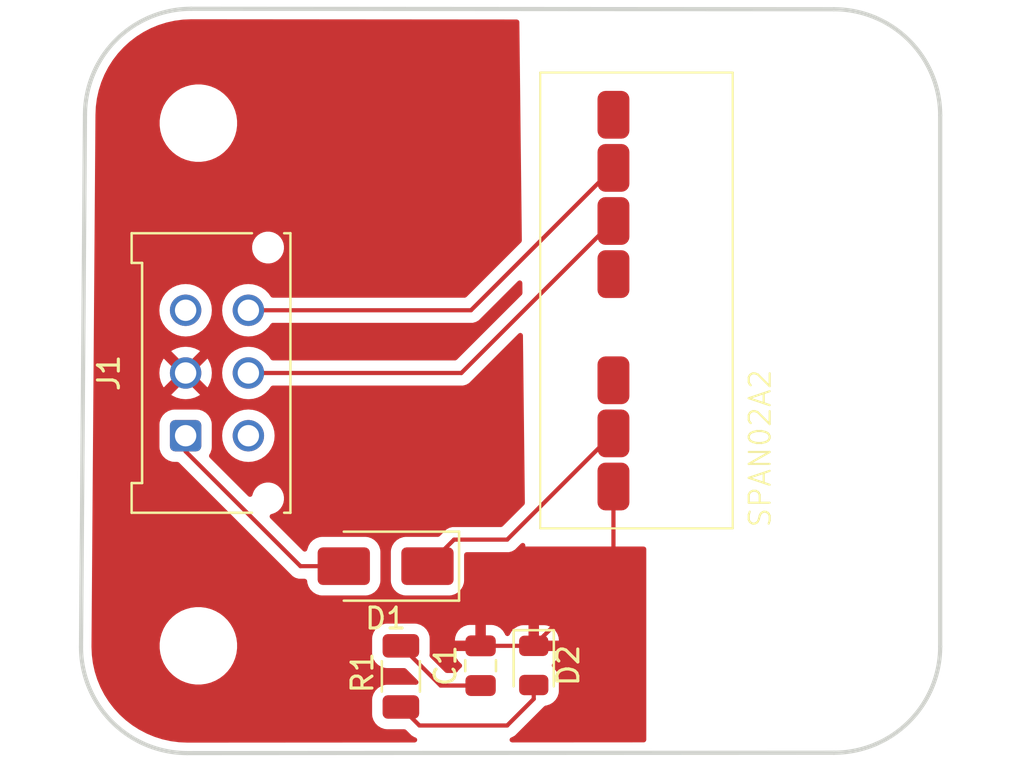
<source format=kicad_pcb>
(kicad_pcb (version 20240108) (generator "pcbnew") (generator_version "8.0")
  (layers (0 "F.Cu" signal) (31 "B.Cu" signal) (34 "B.Paste" user) (35 "F.Paste" user) (36 "B.SilkS" user "B.Silkscreen") (37 "F.SilkS" user "F.Silkscreen") (38 "B.Mask" user) (39 "F.Mask" user) (44 "Edge.Cuts" user))
  (net 0 "")
  (net 1 "Net-(D2-A)")
  (net 2 "Net-(D1-K)")
  (net 3 "GND")
  (net 4 "Net-(D1-A)")
  (net 5 "GNDD")
  (net 6 "+12P")
  (footprint "Capacitor_SMD:C_0805_2012Metric" (layer "F.Cu") (at 155.73 107.23 90)
    (property "Reference" "C1" (at 0 -1.68 90) (layer "F.SilkS"))
    (property "Value" "C")
    (fp_line (start -0.261252 -0.735) (end 0.261252 -0.735) (stroke (width 0.12)) (layer "F.SilkS"))
    (fp_line (start -0.261252 0.735) (end 0.261252 0.735) (stroke (width 0.12)) (layer "F.SilkS"))
    (pad "1" smd roundrect (at -0.95 0 90) (size 1 1.45) (layers "F.Cu" "F.Paste" "F.Mask") (net 2 "Net-(D1-K)"))
    (pad "2" smd roundrect (at 0.95 0 90) (size 1 1.45) (layers "F.Cu" "F.Paste" "F.Mask") (net 3 "GND"))
  )
  (footprint "MountingHole:MountingHole_3.2mm_M3" (layer "F.Cu") (at 142.24 81.28)
    (property "Reference" "REF**" (hide yes))
    (property "Value" "MountingHole_3.2mm_M3")
    (pad "" np_thru_hole circle (at 0 0) (size 3.2 3.2) (drill 3.2) (layers "F&B.Cu" "*.Mask"))
  )
  (footprint "MountingHole:MountingHole_3.2mm_M3" (layer "F.Cu") (at 172.24 106.28)
    (property "Reference" "REF**" (hide yes))
    (property "Value" "MountingHole_3.2mm_M3")
    (pad "" np_thru_hole circle (at 0 0) (size 3.2 3.2) (drill 3.2) (layers "F&B.Cu" "*.Mask"))
  )
  (footprint "LED_SMD:LED_0805_2012Metric" (layer "F.Cu") (at 158.27 107.2175 -90)
    (property "Reference" "D2" (at 0 -1.65 90) (layer "F.SilkS"))
    (property "Value" "LED")
    (fp_line (start -1.685 0.96) (end 1 0.96) (stroke (width 0.12)) (layer "F.SilkS"))
    (fp_line (start -1.685 -0.96) (end -1.685 0.96) (stroke (width 0.12)) (layer "F.SilkS"))
    (fp_line (start 1 -0.96) (end -1.685 -0.96) (stroke (width 0.12)) (layer "F.SilkS"))
    (pad "1" smd roundrect (at -0.9375 0 270) (size 0.975 1.4) (layers "F.Cu" "F.Paste" "F.Mask") (net 3 "GND"))
    (pad "2" smd roundrect (at 0.9375 0 270) (size 0.975 1.4) (layers "F.Cu" "F.Paste" "F.Mask") (net 1 "Net-(D2-A)"))
  )
  (footprint "MountingHole:MountingHole_3.2mm_M3" (layer "F.Cu") (at 142.24 106.28)
    (property "Reference" "REF**" (hide yes))
    (property "Value" "MountingHole_3.2mm_M3")
    (pad "" np_thru_hole circle (at 0 0) (size 3.2 3.2) (drill 3.2) (layers "F&B.Cu" "*.Mask"))
  )
  (footprint "M1:SPAN02" (layer "F.Cu") (at 162.08 98.66 90)
    (property "Reference" "SPAN02A2" (at 1.82 7.01 90) (layer "F.SilkS") (effects (font (thickness 0.1))))
    (property "Value" "~")
    (fp_line (start 19.8 -3.5) (end -2 -3.5) (stroke (width 0.1)) (layer "F.SilkS"))
    (fp_line (start -2 -3.5) (end -2 5.7) (stroke (width 0.1)) (layer "F.SilkS"))
    (fp_line (start 19.8 5.7) (end 19.8 -3.5) (stroke (width 0.1)) (layer "F.SilkS"))
    (fp_line (start -2 5.7) (end 19.8 5.7) (stroke (width 0.1)) (layer "F.SilkS"))
    (pad "1" smd roundrect (at 0 0 90) (size 2.286 1.524) (layers "F.Cu" "F.Paste" "F.Mask") (net 3 "GND"))
    (pad "2" smd roundrect (at 2.54 0 90) (size 2.286 1.524) (layers "F.Cu" "F.Paste" "F.Mask") (net 2 "Net-(D1-K)"))
    (pad "3" smd roundrect (at 5.08 0 90) (size 2.286 1.524) (layers "F.Cu" "F.Paste" "F.Mask"))
    (pad "5" smd roundrect (at 10.16 0 90) (size 2.286 1.524) (layers "F.Cu" "F.Paste" "F.Mask"))
    (pad "6" smd roundrect (at 12.7 0 90) (size 2.286 1.524) (layers "F.Cu" "F.Paste" "F.Mask") (net 6 "+12P"))
    (pad "7" smd roundrect (at 15.24 0 90) (size 2.286 1.524) (layers "F.Cu" "F.Paste" "F.Mask") (net 5 "GNDD"))
    (pad "8" smd roundrect (at 17.78 0 90) (size 2.286 1.524) (layers "F.Cu" "F.Paste" "F.Mask"))
  )
  (footprint "Diode_SMD:D_SMA" (layer "F.Cu") (at 151.19 102.47 180)
    (property "Reference" "D1" (at 0 -2.5 0) (layer "F.SilkS"))
    (property "Value" "D")
    (fp_line (start -3.51 1.65) (end 2 1.65) (stroke (width 0.12)) (layer "F.SilkS"))
    (fp_line (start -3.51 -1.65) (end 2 -1.65) (stroke (width 0.12)) (layer "F.SilkS"))
    (fp_line (start -3.51 -1.65) (end -3.51 1.65) (stroke (width 0.12)) (layer "F.SilkS"))
    (pad "1" smd roundrect (at -2 0 180) (size 2.5 1.8) (layers "F.Cu" "F.Paste" "F.Mask") (roundrect_rratio 0.1388888889) (net 2 "Net-(D1-K)"))
    (pad "2" smd roundrect (at 2 0 180) (size 2.5 1.8) (layers "F.Cu" "F.Paste" "F.Mask") (roundrect_rratio 0.1388888889) (net 4 "Net-(D1-A)"))
  )
  (footprint "MountingHole:MountingHole_3.2mm_M3" (layer "F.Cu") (at 172.24 81.28)
    (property "Reference" "REF**" (hide yes))
    (property "Value" "MountingHole_3.2mm_M3")
    (pad "" np_thru_hole circle (at 0 0) (size 3.2 3.2) (drill 3.2) (layers "F&B.Cu" "*.Mask"))
  )
  (footprint "Connector_Molex:Molex_Micro-Fit_3.0_43045-0612_2x03_P3.00mm_Vertical" (layer "F.Cu") (at 141.63 96.23 90)
    (property "Reference" "J1" (at 3 -3.67 90) (layer "F.SilkS"))
    (property "Value" "Conn_01x06_Pin")
    (fp_line (start 9.685 -2.58) (end 9.685 3.17) (stroke (width 0.12)) (layer "F.SilkS"))
    (fp_line (start 8.265 -2.58) (end 9.685 -2.58) (stroke (width 0.12)) (layer "F.SilkS"))
    (fp_line (start -2.265 -2.58) (end -2.265 -2.08) (stroke (width 0.12)) (layer "F.SilkS"))
    (fp_line (start -3.685 -2.58) (end -2.265 -2.58) (stroke (width 0.12)) (layer "F.SilkS"))
    (fp_line (start 8.265 -2.08) (end 8.265 -2.58) (stroke (width 0.12)) (layer "F.SilkS"))
    (fp_line (start -2.265 -2.08) (end 8.265 -2.08) (stroke (width 0.12)) (layer "F.SilkS"))
    (fp_line (start -3.685 3.17) (end -3.685 -2.58) (stroke (width 0.12)) (layer "F.SilkS"))
    (fp_line (start -3.685 4.71) (end -3.685 5.01) (stroke (width 0.12)) (layer "F.SilkS"))
    (fp_line (start 9.685 5.01) (end 9.685 4.71) (stroke (width 0.12)) (layer "F.SilkS"))
    (fp_line (start -3.685 5.01) (end 9.685 5.01) (stroke (width 0.12)) (layer "F.SilkS"))
    (pad "" np_thru_hole circle (at -3 3.94 90) (size 1.02 1.02) (drill 1.02) (layers "*.Cu" "*.Mask"))
    (pad "" np_thru_hole circle (at 9 3.94 90) (size 1.02 1.02) (drill 1.02) (layers "*.Cu" "*.Mask"))
    (pad "1" thru_hole roundrect (at 0 0 90) (size 1.5 1.5) (drill 1.02) (layers "*.Cu" "*.Mask") (roundrect_rratio 0.166667) (net 4 "Net-(D1-A)"))
    (pad "2" thru_hole circle (at 3 0 90) (size 1.5 1.5) (drill 1.02) (layers "*.Cu" "*.Mask") (net 3 "GND"))
    (pad "3" thru_hole circle (at 6 0 90) (size 1.5 1.5) (drill 1.02) (layers "*.Cu" "*.Mask"))
    (pad "4" thru_hole circle (at 0 3 90) (size 1.5 1.5) (drill 1.02) (layers "*.Cu" "*.Mask"))
    (pad "5" thru_hole circle (at 3 3 90) (size 1.5 1.5) (drill 1.02) (layers "*.Cu" "*.Mask") (net 6 "+12P"))
    (pad "6" thru_hole circle (at 6 3 90) (size 1.5 1.5) (drill 1.02) (layers "*.Cu" "*.Mask") (net 5 "GNDD"))
  )
  (footprint "Resistor_SMD:R_1206_3216Metric" (layer "F.Cu") (at 151.92 107.7425 -90)
    (property "Reference" "R1" (at -0.1825 1.84 90) (layer "F.SilkS"))
    (property "Value" "470")
    (fp_line (start -0.727064 0.91) (end 0.727064 0.91) (stroke (width 0.12)) (layer "F.SilkS"))
    (fp_line (start -0.727064 -0.91) (end 0.727064 -0.91) (stroke (width 0.12)) (layer "F.SilkS"))
    (pad "1" smd roundrect (at -1.4625 0 270) (size 1.125 1.75) (layers "F.Cu" "F.Paste" "F.Mask") (roundrect_rratio 0.222222) (net 2 "Net-(D1-K)"))
    (pad "2" smd roundrect (at 1.4625 0 270) (size 1.125 1.75) (layers "F.Cu" "F.Paste" "F.Mask") (roundrect_rratio 0.222222) (net 1 "Net-(D2-A)"))
  )
  (gr_line (start 177.697898 106.312102) (end 177.697898 80.912102) (stroke (width 0.2)) (layer "Edge.Cuts"))
  (gr_arc (start 136.82 80.89) (mid 138.307898 77.297898) (end 141.9 75.81) (stroke (width 0.2)) (layer "Edge.Cuts"))
  (gr_arc (start 172.617898 75.832102) (mid 176.21 77.32) (end 177.697898 80.912102) (stroke (width 0.2)) (layer "Edge.Cuts"))
  (gr_arc (start 177.697898 106.312102) (mid 176.21 109.904204) (end 172.617898 111.392102) (stroke (width 0.2)) (layer "Edge.Cuts"))
  (gr_line (start 172.617898 75.832102) (end 141.9 75.81) (stroke (width 0.2)) (layer "Edge.Cuts"))
  (gr_line (start 172.617898 111.392102) (end 141.71 111.41) (stroke (width 0.2)) (layer "Edge.Cuts"))
  (gr_arc (start 141.71 111.41) (mid 138.117898 109.922102) (end 136.63 106.33) (stroke (width 0.2)) (layer "Edge.Cuts"))
  (gr_line (start 136.63 106.33) (end 136.82 80.89) (stroke (width 0.2)) (layer "Edge.Cuts"))
  (segment (start 158.27 108.82) (end 158.27 108.155) (width 0.2) (layer "F.Cu") (net 1))
  (segment (start 152.805 110.09) (end 157 110.09) (width 0.2) (layer "F.Cu") (net 1))
  (segment (start 151.92 109.205) (end 152.805 110.09) (width 0.2) (layer "F.Cu") (net 1))
  (segment (start 157 110.09) (end 158.27 108.82) (width 0.2) (layer "F.Cu") (net 1))
  (segment (start 154.46 101.2) (end 157 101.2) (width 0.2) (layer "F.Cu") (net 2))
  (segment (start 157 101.2) (end 162.08 96.12) (width 0.2) (layer "F.Cu") (net 2))
  (segment (start 153.82 108.18) (end 155.73 108.18) (width 0.2) (layer "F.Cu") (net 2))
  (segment (start 151.92 106.28) (end 153.82 108.18) (width 0.2) (layer "F.Cu") (net 2))
  (segment (start 153.19 102.47) (end 154.46 101.2) (width 0.2) (layer "F.Cu") (net 2))
  (segment (start 162.08 102.47) (end 158.27 106.28) (width 0.2) (layer "F.Cu") (net 3))
  (segment (start 155.73 106.28) (end 158.27 106.28) (width 0.2) (layer "F.Cu") (net 3))
  (segment (start 162.08 98.66) (end 162.08 102.47) (width 0.2) (layer "F.Cu") (net 3))
  (segment (start 141.63 96.979999) (end 147.120001 102.47) (width 0.2) (layer "F.Cu") (net 4))
  (segment (start 141.63 96.23) (end 141.63 96.979999) (width 0.2) (layer "F.Cu") (net 4))
  (segment (start 147.120001 102.47) (end 149.19 102.47) (width 0.2) (layer "F.Cu") (net 4))
  (segment (start 144.63 90.23) (end 155.27 90.23) (width 0.2) (layer "F.Cu") (net 5))
  (segment (start 155.27 90.23) (end 162.08 83.42) (width 0.2) (layer "F.Cu") (net 5))
  (segment (start 144.63 93.23) (end 154.81 93.23) (width 0.2) (layer "F.Cu") (net 6))
  (segment (start 154.81 93.23) (end 162.08 85.96) (width 0.2) (layer "F.Cu") (net 6))
  (zone (net 3) (net_name "GND") (layer "F.Cu") (connect_pads (clearance 0.5)) (min_thickness 0.25) (fill yes (thermal_gap 0.5) (thermal_bridge_width 0.5))
    (polygon (pts (xy 157.57 75.39) (xy 157.87 101.53) (xy 163.65 101.53) (xy 163.65 112.19) (xy 135.99 112.23) (xy 136.39 75.39)))
  )
)
</source>
